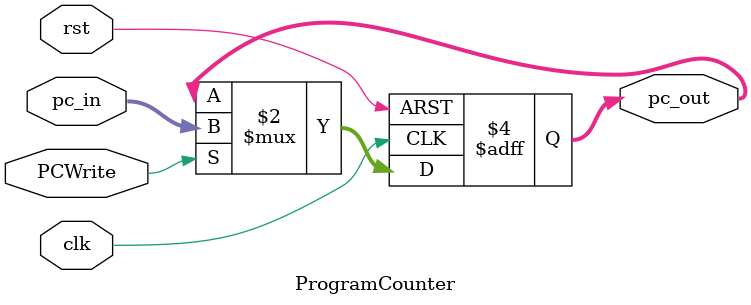
<source format=sv>
module ProgramCounter(
	input clk,
	input rst,
	input PCWrite,
	input [31:0] pc_in,
	output logic [31:0] pc_out
	);


always@(posedge clk or posedge rst)begin
if(rst) pc_out <= 0;
else 
  if(PCWrite)	pc_out <= pc_in;

end

endmodule

</source>
